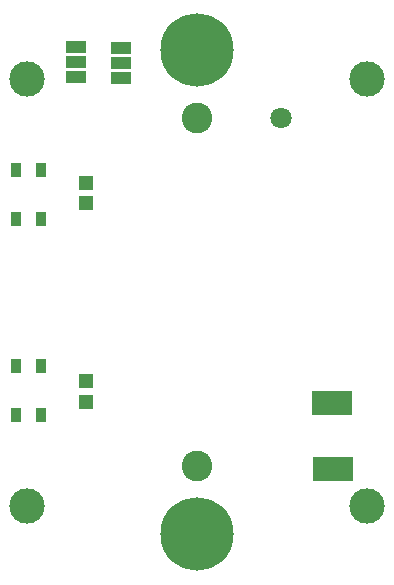
<source format=gbr>
G04 DipTrace 3.2.0.1*
G04 Âåðõíÿÿìàñêà.gbr*
%MOMM*%
G04 #@! TF.FileFunction,Soldermask,Top*
G04 #@! TF.Part,Single*
%AMOUTLINE1*
4,1,4,
1.70218,-0.99628,
-1.69781,-1.00372,
-1.70218,0.99628,
1.69781,1.00372,
1.70218,-0.99628,
0*%
%AMOUTLINE4*
4,1,4,
-0.84949,0.47591,
-0.85054,-0.47409,
0.84949,-0.47591,
0.85054,0.47409,
-0.84949,0.47591,
0*%
%ADD32C,1.8*%
%ADD38C,2.6*%
%ADD44R,0.9X1.3*%
%ADD48R,1.2X1.3*%
%ADD50C,6.2*%
%ADD52C,3.0*%
%ADD59OUTLINE1*%
%ADD62OUTLINE4*%
%FSLAX35Y35*%
G04*
G71*
G90*
G75*
G01*
G04 TopMask*
%LPD*%
D59*
X1146120Y-1499957D3*
X1144900Y-939957D3*
D62*
X-648687Y2072557D3*
X-648827Y1945553D3*
X-648963Y1818553D3*
X-1025690Y2072963D3*
X-1025827Y1945967D3*
X-1025963Y1818963D3*
D52*
X1440000Y1810000D3*
D50*
X0Y2050000D3*
Y-2050000D3*
D52*
X1440000Y-1810000D3*
X-1440000Y1810000D3*
Y-1810000D3*
D48*
X-940000Y755000D3*
Y925000D3*
Y-925000D3*
Y-755000D3*
D44*
X-1322500Y1037500D3*
X-1537500D3*
X-1322500Y622500D3*
X-1537500D3*
X-1322500Y-622500D3*
X-1537500D3*
X-1322500Y-1037500D3*
X-1537500D3*
D38*
X0Y-1473000D3*
Y1473000D3*
D32*
X712000D3*
M02*

</source>
